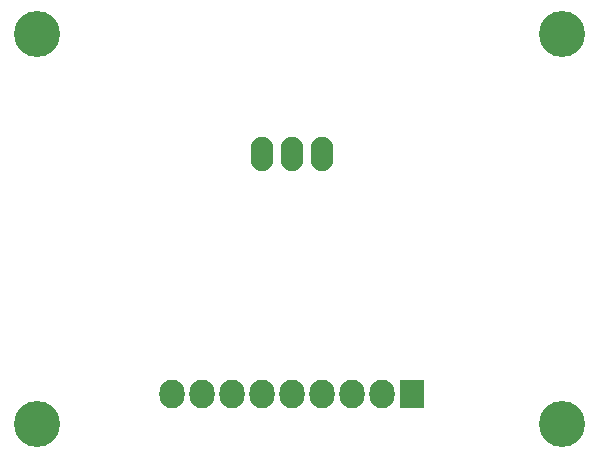
<source format=gbr>
G04 #@! TF.FileFunction,Soldermask,Bot*
%FSLAX46Y46*%
G04 Gerber Fmt 4.6, Leading zero omitted, Abs format (unit mm)*
G04 Created by KiCad (PCBNEW 4.0.1-stable) date 2/11/2016 1:20:39 PM*
%MOMM*%
G01*
G04 APERTURE LIST*
%ADD10C,0.100000*%
%ADD11C,3.900000*%
%ADD12O,1.901140X2.899360*%
%ADD13R,2.127200X2.432000*%
%ADD14O,2.127200X2.432000*%
G04 APERTURE END LIST*
D10*
D11*
X165100000Y-99060000D03*
X165100000Y-132080000D03*
X120650000Y-132080000D03*
X120650000Y-99060000D03*
D12*
X142240000Y-109220000D03*
X139700000Y-109220000D03*
X144780000Y-109220000D03*
D13*
X152400000Y-129540000D03*
D14*
X149860000Y-129540000D03*
X147320000Y-129540000D03*
X144780000Y-129540000D03*
X142240000Y-129540000D03*
X139700000Y-129540000D03*
X137160000Y-129540000D03*
X134620000Y-129540000D03*
X132080000Y-129540000D03*
M02*

</source>
